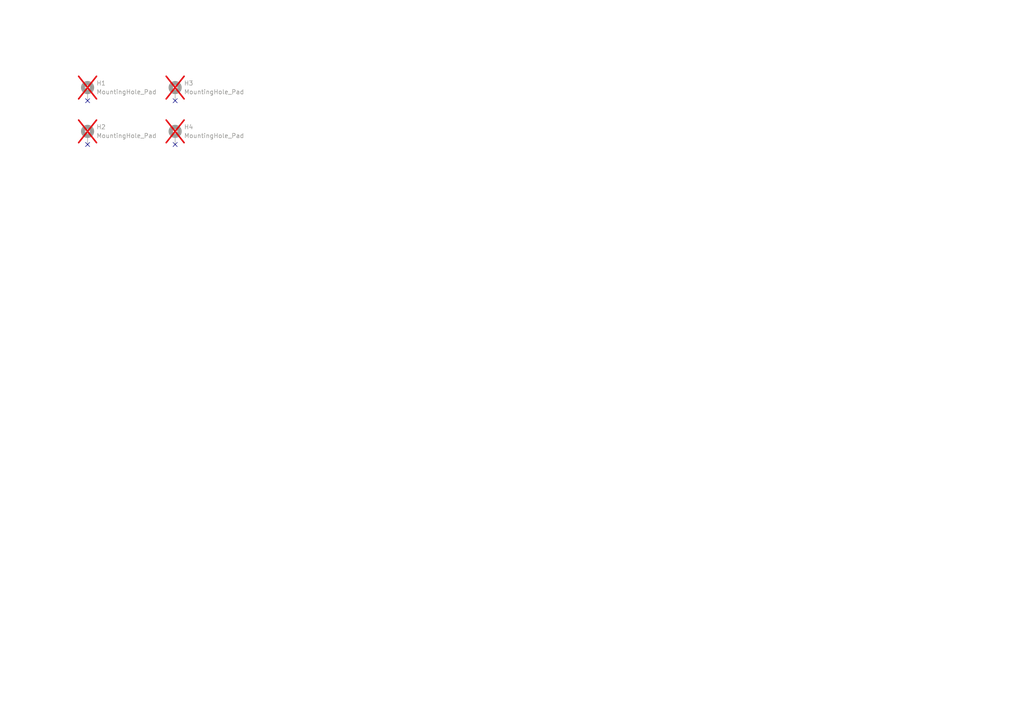
<source format=kicad_sch>
(kicad_sch (version 20231120) (generator "eeschema") (generator_version "8.0")
  (paper "A4")
  (lib_symbols
    (symbol "Mechanical:MountingHole_Pad" (pin_numbers hide) (pin_names (offset 1.016) hide) (exclude_from_sim yes) (in_bom no)
      (property "Reference" "H" (at 0 6.35 0))
      (property "Value" "MountingHole_Pad" (at 0 4.445 0))
      (symbol "MountingHole_Pad_0_1"
        (circle (center 0 1.27) (radius 1.27) (stroke (width 1.27)))
      )
      (symbol "MountingHole_Pad_1_1"
        (pin input line (at 0 -2.54 90) (length 2.54) (name "1") (number "1"))
      )
    )
  )
  (no_connect (at 50.8 29.21))
  (no_connect (at 25.4 29.21))
  (no_connect (at 50.8 41.91))
  (no_connect (at 25.4 41.91))
  (symbol (lib_id "Mechanical:MountingHole_Pad") (at 25.4 26.67 0) (unit 1) (exclude_from_sim yes) (in_bom no) (dnp yes)
    (property "Reference" "H1" (at 27.94 24.1299 0) (effects (justify left)))
    (property "Value" "MountingHole_Pad" (at 27.94 26.6699 0) (effects (justify left)))
    (property "Footprint" "MountingHole:MountingHole_3.2mm_M3_Pad_Via" (effects (hide yes)))
    (property "Description" "Mounting Hole with connection" (effects (hide yes)))
  )
  (symbol (lib_id "Mechanical:MountingHole_Pad") (at 50.8 26.67 0) (unit 1) (exclude_from_sim yes) (in_bom no) (dnp yes)
    (property "Reference" "H3" (at 53.34 24.1299 0) (effects (justify left)))
    (property "Value" "MountingHole_Pad" (at 53.34 26.6699 0) (effects (justify left)))
    (property "Footprint" "MountingHole:MountingHole_3.2mm_M3_Pad_Via" (effects (hide yes)))
    (property "Description" "Mounting Hole with connection" (effects (hide yes)))
  )
  (symbol (lib_id "Mechanical:MountingHole_Pad") (at 50.8 39.37 0) (unit 1) (exclude_from_sim yes) (in_bom no) (dnp yes)
    (property "Reference" "H4" (at 53.34 36.8299 0) (effects (justify left)))
    (property "Value" "MountingHole_Pad" (at 53.34 39.3699 0) (effects (justify left)))
    (property "Footprint" "MountingHole:MountingHole_3.2mm_M3_Pad_Via" (effects (hide yes)))
    (property "Description" "Mounting Hole with connection" (effects (hide yes)))
  )
  (symbol (lib_id "Mechanical:MountingHole_Pad") (at 25.4 39.37 0) (unit 1) (exclude_from_sim yes) (in_bom no) (dnp yes)
    (property "Reference" "H2" (at 27.94 36.8299 0) (effects (justify left)))
    (property "Value" "MountingHole_Pad" (at 27.94 39.3699 0) (effects (justify left)))
    (property "Footprint" "MountingHole:MountingHole_3.2mm_M3_Pad_Via" (effects (hide yes)))
    (property "Description" "Mounting Hole with connection" (effects (hide yes)))
  )
)
</source>
